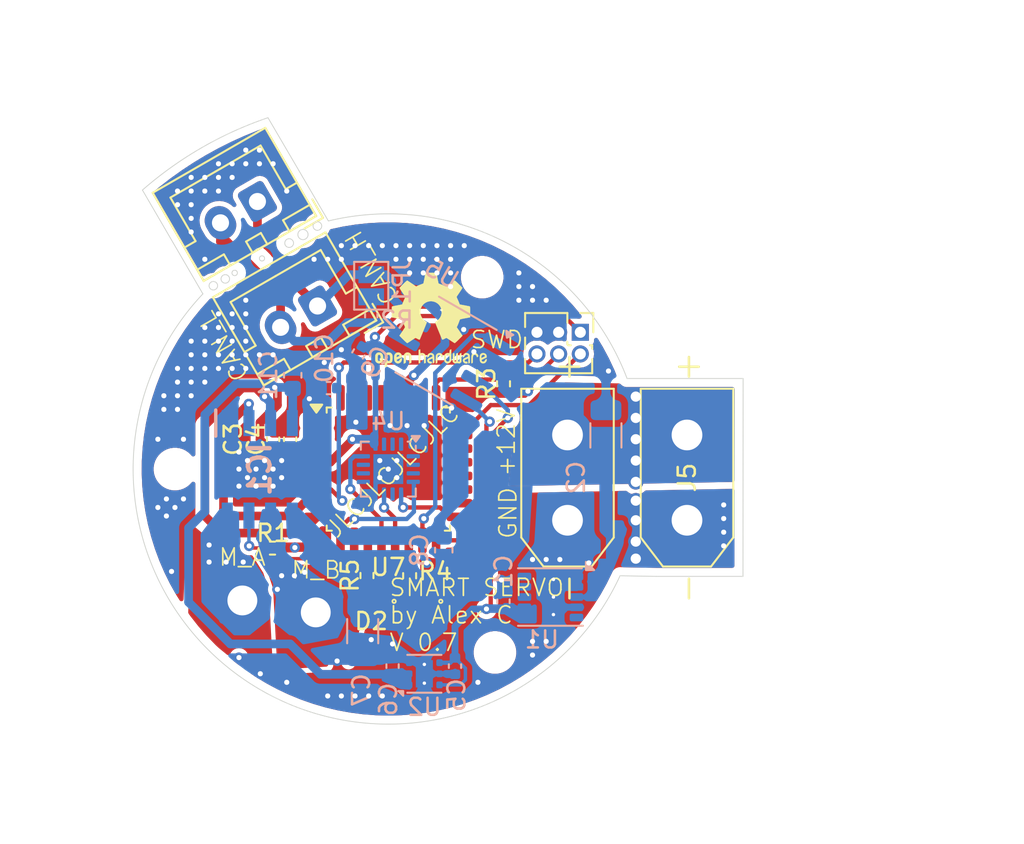
<source format=kicad_pcb>
(kicad_pcb (version 20240108) (generator "pcbnew") (generator_version "8.0")
  (layers (0 "F.Cu" signal "Front") (1 "In1.Cu" signal) (2 "In2.Cu" signal) (31 "B.Cu" signal "Back") (34 "B.Paste" user) (35 "F.Paste" user) (36 "B.SilkS" user "B.Silkscreen") (37 "F.SilkS" user "F.Silkscreen") (38 "B.Mask" user) (39 "F.Mask" user) (44 "Edge.Cuts" user))
  (net 0 "")
  (net 1 "GND")
  (net 2 "+3V3")
  (net 3 "+12V")
  (net 4 "RP_RX")
  (net 5 "RP_TX")
  (net 6 "ISEN")
  (net 7 "Net-(IC1-OUT2)")
  (net 8 "Net-(IC1-OUT1)")
  (net 9 "MOSI")
  (net 10 "+5V")
  (net 11 "CAN_H")
  (net 12 "CAN_L")
  (net 13 "CAN_SILENT")
  (net 14 "Net-(D1-Pad2)")
  (net 19 "NRST")
  (net 20 "SWCLK")
  (net 21 "SWDIO")
  (net 23 "DRV_IN2")
  (net 27 "MISO")
  (net 28 "MAG_CS")
  (net 32 "SCK")
  (net 37 "Net-(D2-Pad2)")
  (net 38 "DRV_IN1")
  (net 53 "Net-(JP1-A)")
  (net 54 "Net-(U7-PA7)")
  (net 55 "Net-(U7-PA4)")
  (footprint "Capacitor_SMD:C_0402_1005Metric" (layer "F.Cu") (at 86.75 71 90)
    (property "Reference" "C3")
    (property "Value" "100nF")
  )
  (footprint "Package_QFP:LQFP-32_7x7mm_P0.8mm" (layer "F.Cu") (at 93.5 72.75)
    (property "Reference" "U7")
    (property "Value" "STM32G0B1KBTx")
  )
  (footprint "Resistor_SMD:R_0402_1005Metric" (layer "F.Cu") (at 100.25 67.75 -90)
    (property "Reference" "R3")
    (property "Value" "10k")
  )
  (footprint "Resistor_SMD:R_0402_1005Metric" (layer "F.Cu") (at 94.75 79 -90)
    (property "Reference" "R4")
    (property "Value" "430")
  )
  (footprint "Connector_Wire:SolderWire-1sqmm_1x01_D1.4mm_OD2.7mm" (layer "F.Cu") (at 89.25 81.15)
    (property "Reference" "J2" (hide yes))
    (property "Value" "MOT_A")
  )
  (footprint "MountingHole:MountingHole_2.2mm_M2" (layer "F.Cu") (at 99.75 83.5)
    (property "Reference" "REF**" (hide yes))
    (property "Value" "MountingHole_2.2mm_M2")
  )
  (footprint "Capacitor_SMD:C_0402_1005Metric" (layer "F.Cu") (at 87.75 71 90)
    (property "Reference" "C4")
    (property "Value" "4.7uF")
  )
  (footprint "Symbol:OSHW-Logo2_7.3x6mm_SilkScreen" (layer "F.Cu") (at 96 64)
    (property "Reference" "REF**" (hide yes))
    (property "Value" "OSHW-Logo2_7.3x6mm_SilkScreen" (hide yes))
  )
  (footprint "Resistor_SMD:R_0402_1005Metric" (layer "F.Cu") (at 86.715 77.38175)
    (property "Reference" "R1")
    (property "Value" "15k")
  )
  (footprint "Connector_AMASS:AMASS_XT30UPB-M_1x02_P5.0mm_Vertical" (layer "F.Cu") (at 110.999999 75.75 90)
    (property "Reference" "J5")
    (property "Value" "Power_In")
  )
  (footprint "Connector_JST:JST_XH_B2B-XH-A_1x02_P2.50mm_Vertical" (layer "F.Cu") (at 85.832923 57.063277 -150)
    (property "Reference" "J6" (hide yes))
    (property "Value" "Control_In")
  )
  (footprint "MountingHole:MountingHole_2.2mm_M2" (layer "F.Cu") (at 81 72.75)
    (property "Reference" "REF**" (hide yes))
    (property "Value" "MountingHole_2.2mm_M2")
  )
  (footprint "Connector_Wire:SolderWire-1sqmm_1x01_D1.4mm_OD2.7mm" (layer "F.Cu") (at 84.95 80.45)
    (property "Reference" "J7" (hide yes))
    (property "Value" "MOT_B")
  )
  (footprint "Connector_JST:JST_XH_B2B-XH-A_1x02_P2.50mm_Vertical" (layer "F.Cu") (at 89.354915 63.188669 -150)
    (property "Reference" "J1" (hide yes))
    (property "Value" "Control_In")
  )
  (footprint "Connector_AMASS:AMASS_XT30UPB-M_1x02_P5.0mm_Vertical" (layer "F.Cu") (at 104 75.75 90)
    (property "Reference" "J4" (hide yes))
    (property "Value" "Power_In")
  )
  (footprint "LED_SMD:LED_0402_1005Metric" (layer "F.Cu") (at 92.75 80.5 180)
    (property "Reference" "D2")
    (property "Value" "LED")
  )
  (footprint "MountingHole:MountingHole_2.2mm_M2" (layer "F.Cu") (at 99 61.5)
    (property "Reference" "REF**" (hide yes))
    (property "Value" "MountingHole_2.2mm_M2")
  )
  (footprint "Resistor_SMD:R_0402_1005Metric" (layer "F.Cu") (at 92.250001 78.99 -90)
    (property "Reference" "R5")
    (property "Value" "430")
  )
  (footprint "Connector_PinHeader_1.27mm:PinHeader_2x03_P1.27mm_Vertical" (layer "F.Cu") (at 104.75 64.729999 -90)
    (property "Reference" "J3" (hide yes))
    (property "Value" "Prog_IN")
  )
  (footprint "LED_SMD:LED_0402_1005Metric" (layer "F.Cu") (at 95.484998 80.5 180)
    (property "Reference" "D1" (hide yes))
    (property "Value" "LED")
  )
  (footprint "Capacitor_SMD:C_0402_1005Metric" (layer "B.Cu") (at 90 68)
    (property "Reference" "C10")
    (property "Value" "100nF")
  )
  (footprint "Capacitor_SMD:C_1206_3216Metric" (layer "B.Cu") (at 92 82.25 90)
    (property "Reference" "C7")
    (property "Value" "10uF")
  )
  (footprint "Capacitor_SMD:C_1206_3216Metric" (layer "B.Cu") (at 106.25 70.775 -90)
    (property "Reference" "C2")
    (property "Value" "10uF")
  )
  (footprint "Capacitor_SMD:C_0402_1005Metric" (layer "B.Cu") (at 93.75 84.300002 90)
    (property "Reference" "C6")
    (property "Value" "2.2uF")
  )
  (footprint "Capacitor_SMD:C_0603_1608Metric" (layer "B.Cu") (at 87.9 67.25 -90)
    (property "Reference" "C11")
    (property "Value" "100nF")
  )
  (footprint "Package_SON:WSON-6-1EP_2x2mm_P0.65mm_EP1x1.6mm_ThermalVias" (layer "B.Cu") (at 95.6125 84.750001)
    (property "Reference" "U2")
    (property "Value" "TLV76733DRVx")
  )
  (footprint "_custom:SOIC127P600X170-9N" (layer "B.Cu") (at 85.969999 72.762999 -90)
    (property "Reference" "IC1")
    (property "Value" "DRV8251DDAR" (hide yes))
  )
  (footprint "Capacitor_SMD:C_0402_1005Metric" (layer "B.Cu") (at 91.75 66 60)
    (property "Reference" "C9")
    (property "Value" "100nF")
  )
  (footprint "Capacitor_SMD:C_0402_1005Metric" (layer "B.Cu") (at 100.25 80.5 -90)
    (property "Reference" "C1")
    (property "Value" "100nF")
  )
  (footprint "Jumper:SolderJumper-2_P1.3mm_Open_Pad1.0x1.5mm" (layer "B.Cu") (at 92.5 62 90)
    (property "Reference" "JP1")
    (property "Value" "Jumper_2_Open")
  )
  (footprint "Package_SO:SOIC-8_3.9x4.9mm_P1.27mm" (layer "B.Cu") (at 96.87909 65.832721 150)
    (property "Reference" "U5")
    (property "Value" "TJA1051T-3")
  )
  (footprint "Package_DFN_QFN:QFN-16-1EP_3x3mm_P0.5mm_EP1.75x1.75mm" (layer "B.Cu") (at 93.5 72.75 180)
    (property "Reference" "U4")
    (property "Value" "MA730")
  )
  (footprint "Capacitor_SMD:C_0603_1608Metric" (layer "B.Cu") (at 96.75 77.5 -90)
    (property "Reference" "C8")
    (property "Value" "100nF")
  )
  (footprint "Capacitor_SMD:C_0402_1005Metric" (layer "B.Cu") (at 92.5 63.75 -90)
    (property "Reference" "R2")
    (property "Value" "120")
  )
  (footprint "Package_LGA:Texas_SIL0010A_MicroSiP-10-1EP_3.8x3mm_P0.6mm_EP0.7x2.9mm_ThermalVias" (layer "B.Cu") (at 103 80.25 180)
    (property "Reference" "U1")
    (property "Value" "LMZM23601V5")
  )
  (footprint "Capacitor_SMD:C_0402_1005Metric" (layer "B.Cu") (at 97.407499 84.300003 -90)
    (property "Reference" "C5")
    (property "Value" "1uF")
  )
  (gr_arc (start 107.079445 79.002907) (mid 85.127056 85.135233) (end 82.637075 62.478826) (stroke (width 0.05)) (layer "Edge.Cuts"))
  (gr_circle (center 83.95 61.6) (end 84.2 61.6) (stroke (width 0.05)) (fill none) (layer "Edge.Cuts"))
  (gr_line (start 82.637074 62.478825) (end 79.1 56.4) (stroke (width 0.05)) (layer "Edge.Cuts"))
  (gr_circle (center 86.1 60.4) (end 86.25 60.4) (stroke (width 0.05)) (fill none) (layer "Edge.Cuts"))
  (gr_arc (start 79.094221 56.393393) (mid 82.564125 53.91116) (end 86.45 52.150001) (stroke (width 0.05)) (layer "Edge.Cuts"))
  (gr_arc (start 89.988879 58.203928) (mid 100.484123 59.516021) (end 107.489999 67.44) (stroke (width 0.05)) (layer "Edge.Cuts"))
  (gr_circle (center 87.690984 59.5) (end 87.75 59.25) (stroke (width 0.05)) (fill none) (layer "Edge.Cuts"))
  (gr_line (start 107.489999 67.44) (end 114.29 67.44) (stroke (width 0.05)) (layer "Edge.Cuts"))
  (gr_line (start 109.2 79.04) (end 114.28 79.04) (stroke (width 0.05)) (layer "Edge.Cuts"))
  (gr_circle (center 88.5 59) (end 88.8 59) (stroke (width 0.05)) (fill none) (layer "Edge.Cuts"))
  (gr_line (start 114.29 67.44) (end 114.28 79.04) (stroke (width 0.05)) (layer "Edge.Cuts"))
  (gr_line (start 109.2 79.04) (end 107.079445 79.002907) (stroke (width 0.05)) (layer "Edge.Cuts"))
  (gr_line (start 89.988879 58.203928) (end 86.45 52.15) (stroke (width 0.05)) (layer "Edge.Cuts"))
  (gr_circle (center 89.346447 58.5) (end 89.6 58.5) (stroke (width 0.05)) (fill none) (layer "Edge.Cuts"))
  (gr_circle (center 84.5 61.25) (end 84.65 61.3) (stroke (width 0.05)) (fill none) (layer "Edge.Cuts"))
  (gr_circle (center 83.25 62) (end 83.5 62) (stroke (width 0.05)) (fill none) (layer "Edge.Cuts"))
  (gr_text "JLCJLCJLCJLC" (at 90.48 76.96 45) (layer "F.SilkS") (effects (font (size 1 1) (thickness 0.1)) (justify left bottom)))
  (gr_text "M_A" (at 83.5 78.5 0) (layer "F.SilkS") (effects (font (size 1 1) (thickness 0.1)) (justify left bottom)))
  (gr_text "SMART SERVO\nby Alex C\nV 0.7" (at 93.5 83.5 0) (layer "F.SilkS") (effects (font (size 1 1) (thickness 0.1)) (justify left bottom)))
  (gr_text "GND" (at 101.098426 76.912485 90) (layer "F.SilkS") (effects (font (size 1 1) (thickness 0.1)) (justify left bottom)))
  (gr_text "CAN_H" (at 94.25 62.75 120) (layer "F.SilkS") (effects (font (size 1 1) (thickness 0.1)) (justify left bottom)))
  (gr_text "CAN_L" (at 85.5 67.25 120) (layer "F.SilkS") (effects (font (size 1 1) (thickness 0.1)) (justify left bottom)))
  (gr_text "M_B" (at 87.75 79.25 0) (layer "F.SilkS") (effects (font (size 1 1) (thickness 0.1)) (justify left bottom)))
  (gr_text "SWD" (at 98.25 65.75 0) (layer "F.SilkS") (effects (font (size 1 1) (thickness 0.1)) (justify left bottom)))
  (gr_text "+12V" (at 101 73.25 90) (layer "F.SilkS") (effects (font (size 1 1) (thickness 0.1)) (justify left bottom)))
  (segment (start 87.65 73.15) (end 87.25 72.75) (width 0.508) (layer "F.Cu") (net 1))
  (segment (start 101.613288 68.25) (end 101.681644 68.181644) (width 0.2) (layer "F.Cu") (net 1))
  (segment (start 87.75 70.52) (end 86.75 70.52) (width 0.508) (layer "F.Cu") (net 1))
  (segment (start 87.993253 77.381747) (end 88.025 77.35) (width 0.508) (layer "F.Cu") (net 1))
  (segment (start 91.75 72.25) (end 93 72.25) (width 0.508) (layer "F.Cu") (net 1))
  (segment (start 89.325 73.15) (end 87.65 73.15) (width 0.508) (layer "F.Cu") (net 1))
  (segment (start 87.75 69.75) (end 87.75 70.52) (width 0.508) (layer "F.Cu") (net 1))
  (segment (start 87.65 73.15) (end 87.25 73.25) (width 0.508) (layer "F.Cu") (net 1))
  (segment (start 88.875 68.625) (end 87.75 69.75) (width 0.508) (layer "F.Cu") (net 1))
  (segment (start 89.325 73.15) (end 90.85 73.15) (width 0.508) (layer "F.Cu") (net 1))
  (segment (start 87.25 73.25) (end 86.75 72.75) (width 0.508) (layer "F.Cu") (net 1))
  (segment (start 101.25 68.25) (end 101.613288 68.25) (width 0.2) (layer "F.Cu") (net 1))
  (segment (start 87.224999 77.381747) (end 87.993253 77.381747) (width 0.508) (layer "F.Cu") (net 1))
  (segment (start 86.75 72.75) (end 87.25 72.25) (width 0.508) (layer "F.Cu") (net 1))
  (segment (start 90.85 73.15) (end 91.75 72.25) (width 0.508) (layer "F.Cu") (net 1))
  (via (at 82.75 55.65) (size 0.6) (drill 0.3) (layers "F.Cu" "B.Cu") (net 1))
  (via (at 86.75 72.75) (size 0.6) (drill 0.3) (layers "F.Cu" "B.Cu") (net 1))
  (via (at 90.75 60.45) (size 0.6) (drill 0.3) (layers "F.Cu" "B.Cu") (net 1))
  (via (at 97.95 59.65) (size 0.6) (drill 0.3) (layers "F.Cu" "B.Cu") (net 1))
  (via (at 81.95 66.85) (size 0.6) (drill 0.3) (layers "F.Cu" "B.Cu") (net 1))
  (via (at 81 75) (size 0.6) (drill 0.3) (layers "F.Cu" "B.Cu") (net 1))
  (via (at 85.95 54.05) (size 0.6) (drill 0.3) (layers "F.Cu" "B.Cu") (net 1))
  (via (at 101.95 78.05) (size 0.6) (drill 0.3) (layers "F.Cu" "B.Cu") (net 1))
  (via (at 93.5 72.75) (size 0.6) (drill 0.3) (layers "F.Cu" "B.Cu") (net 1))
  (via (at 97.15 60.45) (size 0.6) (drill 0.3) (layers "F.Cu" "B.Cu") (net 1))
  (via (at 93.75 83) (size 0.6) (drill 0.3) (layers "F.Cu" "B.Cu") (net 1))
  (via (at 83.55 65.25) (size 0.6) (drill 0.3) (layers "F.Cu" "B.Cu") (net 1))
  (via (at 95.55 59.65) (size 0.6) (drill 0.3) (layers "F.Cu" "B.Cu") (net 1))
  (via (at 85.25 73.25) (size 0.6) (drill 0.3) (layers "F.Cu" "B.Cu") (net 1))
  (via (at 81.5 71) (size 0.6) (drill 0.3) (layers "F.Cu" "B.Cu") (net 1))
  (via (at 80.35 69.25) (size 0.6) (drill 0.3) (layers "F.Cu" "B.Cu") (net 1))
  (via (at 80.5 74.5) (size 0.6) (drill 0.3) (layers "F.Cu" "B.Cu") (net 1))
  (via (at 95.6 70.2) (size 0.6) (drill 0.3) (layers "F.Cu" "B.Cu") (net 1))
  (via (at 81.15 68.45) (size 0.6) (drill 0.3) (layers "F.Cu" "B.Cu") (net 1))
  (via (at 92.35 86.05) (size 0.6) (drill 0.3) (layers "F.Cu" "B.Cu") (net 1))
  (via (at 82.75 64.45) (size 0.6) (drill 0.3) (layers "F.Cu" "B.Cu") (net 1))
  (via (at 87.55 85.25) (size 0.6) (drill 0.3) (layers "F.Cu" "B.Cu") (net 1))
  (via (at 92.35 59.65) (size 0.6) (drill 0.3) (layers "F.Cu" "B.Cu") (net 1))
  (via (at 84.75 71.75) (size 0.6) (drill 0.3) (layers "F.Cu" "B.Cu") (net 1))
  (via (at 81.15 66.85) (size 0.6) (drill 0.3) (layers "F.Cu" "B.Cu") (net 1))
  (via (at 93.15 86.05) (size 0.6) (drill 0.3) (layers "F.Cu" "B.Cu") (net 1))
  (via (at 86.001524 84.747615) (size 0.6) (drill 0.3) (layers "F.Cu" "B.Cu") (net 1))
  (via (at 80.35 68.45) (size 0.6) (drill 0.3) (layers "F.Cu" "B.Cu") (net 1))
  (via (at 84.35 64.45) (size 0.6) (drill 0.3) (layers "F.Cu" "B.Cu") (net 1))
  (via (at 88.875 68.625) (size 0.6) (drill 0.3) (layers "F.Cu" "B.Cu") (net 1))
  (via (at 90.5 84) (size 0.6) (drill 0.3) (layers "F.Cu" "B.Cu") (net 1))
  (via (at 84.35 63.65) (size 0.6) (drill 0.3) (layers "F.Cu" "B.Cu") (net 1))
  (via (at 106.4 67) (size 0.6) (drill 0.3) (layers "F.Cu" "B.Cu") (net 1))
  (via (at 80 75) (size 0.6) (drill 0.3) (layers "F.Cu" "B.Cu") (net 1))
  (via (at 108 77) (size 0.9) (drill 0.6) (layers "F.Cu" "B.Cu") (net 1))
  (via (at 92.5 82.75) (size 0.6) (drill 0.3) (layers "F.Cu" "B.Cu") (net 1))
  (via (at 91.55 59.65) (size 0.6) (drill 0.3) (layers "F.Cu" "B.Cu") (net 1))
  (via (at 93 72.25) (size 0.6) (drill 0.3) (layers "F.Cu" "B.Cu") (net 1))
  (via (at 81.95 55.65) (size 0.6) (drill 0.3) (layers "F.Cu" "B.Cu") (net 1))
  (via (at 98.513712 65.873) (size 0.6) (drill 0.3) (layers "F.Cu" "B.Cu") (net 1))
  (via (at 85.15 62.85) (size 0.6) (drill 0.3) (layers "F.Cu" "B.Cu") (net 1))
  (via (at 93 73.25) (size 0.6) (drill 0.3) (layers "F.Cu" "B.Cu") (net 1))
  (via (at 102.75 82.85) (size 0.6) (drill 0.3) (layers "F.Cu" "B.Cu") (net 1))
  (via (at 89.15 60.45) (size 0.6) (drill 0.3) (layers "F.Cu" "B.Cu") (net 1))
  (via (at 93.15 59.65) (size 0.6) (drill 0.3) (layers "F.Cu" "B.Cu") (net 1))
  (via (at 85.95 54.85) (size 0.6) (drill 0.3) (layers "F.Cu" "B.Cu") (net 1))
  (via (at 81.95 58.05) (size 0.6) (drill 0.3) (layers "F.Cu" "B.Cu") (net 1))
  (via (at 84.35 54.85) (size 0.6) (drill 0.3) (layers "F.Cu" "B.Cu") (net 1))
  (via (at 81.95 58.85) (size 0.6) (drill 0.3) (layers "F.Cu" "B.Cu") (net 1))
  (via (at 93.6 70.2) (size 0.6) (drill 0.3) (layers "F.Cu" "B.Cu") (net 1))
  (via (at 82.75 66.85) (size 0.6) (drill 0.3) (layers "F.Cu" "B.Cu") (net 1))
  (via (at 97.15 61.25) (size 0.6) (drill 0.3) (layers "F.Cu" "B.Cu") (net 1))
  (via (at 83.55 54.85) (size 0.6) (drill 0.3) (layers "F.Cu" "B.Cu") (net 1))
  (via (at 101.15 62.05) (size 0.6) (drill 0.3) (layers "F.Cu" "B.Cu") (net 1))
  (via (at 90.75 86.05) (size 0.6) (drill 0.3) (layers "F.Cu" "B.Cu") (net 1))
  (via (at 101.95 62.85) (size 0.6) (drill 0.3) (layers "F.Cu" "B.Cu") (net 1))
  (via (at 88.025 77.35) (size 0.6) (drill 0.3) (layers "F.Cu" "B.Cu") (net 1))
  (via (at 82.75 60.45) (size 0.6) (drill 0.3) (layers "F.Cu" "B.Cu") (net 1))
  (via (at 83.55 64.45) (size 0.6) (drill 0.3) (layers "F.Cu" "B.Cu") (net 1))
  (via (at 113.15 77.25) (size 0.6) (drill 0.3) (layers "F.Cu" "B.Cu") (net 1))
  (via (at 81.15 57.25) (size 0.6) (drill 0.3) (layers "F.Cu" "B.Cu") (net 1))
  (via (at 80.8 78.75) (size 0.6) (drill 0.3) (layers "F.Cu" "B.Cu") (net 1))
  (via (at 108 75.75) (size 0.9) (drill 0.6) (layers "F.Cu" "B.Cu") (net 1))
  (via (at 85.15 54.05) (size 0.6) (drill 0.3) (layers "F.Cu" "B.Cu") (net 1))
  (via (at 105.25 78.25) (size 0.6) (drill 0.3) (layers "F.Cu" "B.Cu") (net 1))
  (via (at 86.75 73.75) (size 0.6) (drill 0.3) (layers "F.Cu" "B.Cu") (net 1))
  (via (at 98.75 85.25) (size 0.6) (drill 0.3) (layers "F.Cu" "B.Cu") (net 1))
  (via (at 95.55 61.25) (size 0.6) (drill 0.3) (layers "F.Cu" "B.Cu") (net 1))
  (via (at 84.75 72.75) (size 0.6) (drill 0.3) (layers "F.Cu" "B.Cu") (net 1))
  (via (at 85.75 73.75) (size 0.6) (drill 0.3) (layers "F.Cu" "B.Cu") (net 1))
  (via (at 81.5 74.5) (size 0.6) (drill 0.3) (layers "F.Cu" "B.Cu") (net 1))
  (via (at 84.75 83.8) (size 0.6) (drill 0.3) (layers "F.Cu" "B.Cu") (net 1))
  (via (at 113.15 76.45) (size 0.6) (drill 0.3) (layers "F.Cu" "B.Cu") (net 1))
  (via (at 84.35 65.25) (size 0.6) (drill 0.3) (layers "F.Cu" "B.Cu") (net 1))
  (via (at 81.95 67.65) (size 0.6) (drill 0.3) (layers "F.Cu" "B.Cu") (net 1))
  (via (at 95.75 78.25) (size 0.6) (drill 0.3) (layers "F.Cu" "B.Cu") (net 1))
  (via (at 84.35 66.05) (size 0.6) (drill 0.3) (layers "F.Cu" "B.Cu") (net 1))
  (via (at 81.15 56.45) (size 0.6) (drill 0.3) (layers "F.Cu" "B.Cu") (net 1))
  (via (at 80 71) (size 0.6) (drill 0.3) (layers "F.Cu" "B.Cu") (net 1))
  (via (at 85.75 72.75) (size 0.6) (drill 0.3) (layers "F.Cu" "B.Cu") (net 1))
  (via (at 96.35 59.65) (size 0.6) (drill 0.3) (layers "F.Cu" "B.Cu") (net 1))
  (via (at 94.75 59.65) (size 0.6) (drill 0.3) (layers "F.Cu" "B.Cu") (net 1))
  (via (at 85.15 54.85) (size 0.6) (drill 0.3) (layers "F.Cu" "B.Cu") (net 1))
  (via (at 85.15 65.25) (size 0.6) (drill 0.3) (layers "F.Cu" "B.Cu") (net 1))
  (via (at 81.95 66.05) (size 0.6) (drill 0.3) (layers "F.Cu" "B.Cu") (net 1))
  (via (at 83.55 55.65) (size 0.6) (drill 0.3) (layers "F.Cu" "B.Cu") (net 1))
  (via (at 97.916644 64.566644) (size 0.6) (drill 0.3) (layers "F.Cu" "B.Cu") (net 1))
  (via (at 101.95 83.65) (size 0.6) (drill 0.3) (layers "F.Cu" "B.Cu") (net 1))
  (via (at 93.95 59.65) (size 0.6) (drill 0.3) (layers "F.Cu" "B.Cu") (net 1))
  (via (at 103.55 78.05) (size 0.6) (drill 0.3) (layers "F.Cu" "B.Cu") (net 1))
  (via (at 82.75 66.05) (size 0.6) (drill 0.3) (layers "F.Cu" "B.Cu") (net 1))
  (via (at 97.15 62.05) (size 0.6) (drill 0.3) (layers "F.Cu" "B.Cu") (net 1))
  (via (at 89.95 86.05) (size 0.6) (drill 0.3) (layers "F.Cu" "B.Cu") (net 1))
  (via (at 86.25 72.25) (size 0.6) (drill 0.3) (layers "F.Cu" "B.Cu") (net 1))
  (via (at 94.75 61.25) (size 0.6) (drill 0.3) (layers "F.Cu" "B.Cu") (net 1))
  (via (at 86.75 66.05) (size 0.6) (drill 0.3) (layers "F.Cu" "B.Cu") (net 1))
  (via (at 113.15 74.85) (size 0.6) (drill 0.3) (layers "F.Cu" "B.Cu") (net 1))
  (via (at 95.55 60.45) (size 0.6) (drill 0.3) (layers "F.Cu" "B.Cu") (net 1))
  (via (at 85.25 72.25) (size 0.6) (drill 0.3) (layers "F.Cu" "B.Cu") (net 1))
  (via (at 101.15 62.85) (size 0.6) (drill 0.3) (layers "F.Cu" "B.Cu") (net 1))
  (via (at 101.15 61.25) (size 0.6) (drill 0.3) (layers "F.Cu" "B.Cu") (net 1))
  (via (at 80.5 75.5) (size 0.6) (drill 0.3) (layers "F.Cu" "B.Cu") (net 1))
  (via (at 91.6 70) (size 0.6) (drill 0.3) (layers "F.Cu" "B.Cu") (net 1))
  (via (at 85.15 63.65) (size 0.6) (drill 0.3) (layers "F.Cu" "B.Cu") (net 1))
  (via (at 85.15 66.85) (size 0.6) (drill 0.3) (layers "F.Cu" "B.Cu") (net 1))
  (via (at 84.35 66.85) (size 0.6) (drill 0.3) (layers "F.Cu" "B.Cu") (net 1))
  (via (at 82.75 67.65) (size 0.6) (drill 0.3) (layers "F.Cu" "B.Cu") (net 1))
  (via (at 86.25 73.25) (size 0.6) (drill 0.3) (layers "F.Cu" "B.Cu") (net 1))
  (via (at 81.95 57.25) (size 0.6) (drill 0.3) (layers "F.Cu" "B.Cu") (net 1))
  (via (at 83.55 66.05) (size 0.6) (drill 0.3) (layers "F.Cu" "B.Cu") (net 1))
  (via (at 85.95 66.05) (size 0.6) (drill 0.3) (layers "F.Cu" "B.Cu") (net 1))
  (via (at 97.15 59.65) (size 0.6) (drill 0.3) (layers "F.Cu" "B.Cu") (net 1))
  (via (at 90.75 59.65) (size 0.6) (drill 0.3) (layers "F.Cu" "B.Cu") (net 1))
  (via (at 81.15 67.65) (size 0.6) (drill 0.3) (layers "F.Cu" "B.Cu") (net 1))
  (via (at 83.55 63.65) (size 0.6) (drill 0.3) (layers "F.Cu" "B.Cu") (net 1))
  (via (at 97.21 69.17) (size 0.6) (drill 0.3) (layers "F.Cu" "B.Cu") (net 1))
  (via (at 94 72.25) (size 0.6) (drill 0.3) (layers "F.Cu" "B.Cu") (net 1))
  (via (at 86.75 54.85) (size 0.6) (drill 0.3) (layers "F.Cu" "B.Cu") (net 1))
  (via (at 101.95 82.85) (size 0.6) (drill 0.3) (layers "F.Cu" "B.Cu") (net 1))
  (via (at 101.95 62.05) (size 0.6) (drill 0.3) (layers "F.Cu" "B.Cu") (net 1))
  (via (at 81.95 65.25) (size 0.6) (drill 0.3) (layers "F.Cu" "B.Cu") (net 1))
  (via (at 102.75 78.05) (size 0.6) (drill 0.3) (layers "F.Cu" "B.Cu") (net 1))
  (via (at 83.55 56.45) (size 0.6) (drill 0.3) (layers "F.Cu" "B.Cu") (net 1))
  (via (at 83.55 66.85) (size 0.6) (drill 0.3) (layers "F.Cu" "B.Cu") (net 1))
  (via (at 94.6 70.2) (size 0.6) (drill 0.3) (layers "F.Cu" "B.Cu") (net 1))
  (via (at 87.55 56.45) (size 0.6) (drill 0.3) (layers "F.Cu" "B.Cu") (net 1))
  (via (at 89.95 60.45) (size 0.6) (drill 0.3) (layers "F.Cu" "B.Cu") (net 1))
  (via (at 85.15 64.45) (size 0.6) (drill 0.3) (layers "F.Cu" "B.Cu") (net 1))
  (via (at 96.35 60.45) (size 0.6) (drill 0.3) (layers "F.Cu" "B.Cu") (net 1))
  (via (at 85.15 66.05) (size 0.6) (drill 0.3) (layers "F.Cu" "B.Cu") (net 1))
  (via (at 87.25 72.25) (size 0.6) (drill 0.3) (layers "F.Cu" "B.Cu") (net 1))
  (via (at 101.681644 68.181644) (size 0.6) (drill 0.3) (layers "F.Cu" "B.Cu") (net 1))
  (via (at 82.75 56.45) (size 0.6) (drill 0.3) (layers "F.Cu" "B.Cu") (net 1))
  (via (at 108 74.600003) (size 0.9) (drill 0.6) (layers "F.Cu" "B.Cu") (net 1))
  (via (at 87.25 73.25) (size 0.6) (drill 0.3) (layers "F.Cu" "B.Cu") (net 1))
  (via (at 91.55 86.05) (size 0.6) (drill 0.3) (layers "F.Cu" "B.Cu") (net 1))
  (via (at 102.75 62.85) (size 0.6) (drill 0.3) (layers "F.Cu" "B.Cu") (net 1))
  (via (at 108 78) (size 0.9) (drill 0.6) (layers "F.Cu" "B.Cu") (net 1))
  (via (at 94 73.25) (size 0.6) (drill 0.3) (layers "F.Cu" "B.Cu") (net 1))
  (via (at 100.127 79.25) (size 0.6) (drill 0.3) (layers "F.Cu" "B.Cu") (net 1))
  (via (at 81.95 68.45) (size 0.6) (drill 0.3) (layers "F.Cu" "B.Cu") (net 1))
  (via (at 89.75 66.5) (size 0.6) (drill 0.3) (layers "F.Cu" "B.Cu") (net 1))
  (via (at 93.95 60.45) (size 0.6) (drill 0.3) (layers "F.Cu" "B.Cu") (net 1))
  (via (at 90.75 65.75) (size 0.6) (drill 0.3) (layers "F.Cu" "B.Cu") (net 1))
  (via (at 94.75 60.45) (size 0.6) (drill 0.3) (layers "F.Cu" "B.Cu") (net 1))
  (via (at 84.75 73.75) (size 0.6) (drill 0.3) (layers "F.Cu" "B.Cu") (net 1))
  (via (at 81.95 56.45) (size 0.6) (drill 0.3) (layers "F.Cu" "B.Cu") (net 1))
  (via (at 82.75 65.25) (size 0.6) (drill 0.3) (layers "F.Cu" "B.Cu") (net 1))
  (via (at 84.35 55.65) (size 0.6) (drill 0.3) (layers "F.Cu" "B.Cu") (net 1))
  (via (at 96.35 61.25) (size 0.6) (drill 0.3) (layers "F.Cu" "B.Cu") (net 1))
  (via (at 113.15 75.65) (size 0.6) (drill 0.3) (layers "F.Cu" "B.Cu") (net 1))
  (via (at 81.15 69.25) (size 0.6) (drill 0.3) (layers "F.Cu" "B.Cu") (net 1))
  (segment (start 95.5 78) (end 95.5 76.999998) (width 0.254) (layer "B.Cu") (net 1))
  (segment (start 106.25 69.3) (end 106.25 67.15) (width 0.508) (layer "B.Cu") (net 1))
  (segment (start 100.25 80.02) (end 100.127 79.897) (width 0.508) (layer "B.Cu") (net 1))
  (segment (start 100.475 80.02) (end 100.25 80.02) (width 0.508) (layer "B.Cu") (net 1))
  (segment (start 103.425001 81.28) (end 103.854999 80.850002) (width 0.5) (layer "B.Cu") (net 1))
  (segment (start 104.525001 79.65) (end 103.605002 79.65) (width 0.5) (layer "B.Cu") (net 1))
  (segment (start 105.25 77.1) (end 105.25 76.75) (width 0.254) (layer "B.Cu") (net 1))
  (segment (start 96.75 76.474999) (end 96.024999 76.474999) (width 0.762) (layer "B.Cu") (net 1))
  (segment (start 92.752 73.498) (end 93 73.25) (width 0.254) (layer "B.Cu") (net 1))
  (segment (start 100.525 79.97) (end 100.475 80.02) (width 0.508) (layer "B.Cu") (net 1))
  (segment (start 104.525 79.05) (end 103.345 79.05) (width 0.5) (layer "B.Cu") (net 1))
  (segment (start 92.752 74.2105) (end 92.752 73.498) (width 0.254) (layer "B.Cu") (net 1))
  (segment (start 103.605002 79.65) (end 103.175001 79.219999) (width 0.5) (layer "B.Cu") (net 1))
  (segment (start 105.250001 77.100001) (end 105.25 77.1) (width 0.254) (layer "B.Cu") (net 1))
  (segment (start 103.854999 80.850002) (end 104.775 80.850002) (width 0.4) (layer "B.Cu") (net 1))
  (segment (start 106.25 67.15) (end 106.4 67) (width 0.508) (layer "B.Cu") (net 1))
  (segment (start 95.75 78.25) (end 95.5 78) (width 0.254) (layer "B.Cu") (net 1))
  (segment (start 98.513712 65.873) (end 99.250913 66.610201) (width 0.508) (layer "B.Cu") (net 1))
  (segment (start 92.75 74.2125) (end 92.752 74.2105) (width 0.254) (layer "B.Cu") (net 1))
  (segment (start 105.25 76.75) (end 105 76.5) (width 0.254) (layer "B.Cu") (net 1))
  (segment (start 100.127 79.897) (end 100.127 79.25) (width 0.508) (layer "B.Cu") (net 1))
  (segment (start 104.775 78.725) (end 104.775 79.05) (width 0.2) (layer "B.Cu") (net 1))
  (segment (start 103.345 79.05) (end 103.175001 79.219999) (width 0.2) (layer "B.Cu") (net 1))
  (segment (start 105.25 78.25) (end 104.775 78.725) (width 0.2) (layer "B.Cu") (net 1))
  (segment (start 96.024999 76.474999) (end 95.5 76.999998) (width 0.762) (layer "B.Cu") (net 1))
  (segment (start 99.250913 66.610201) (end 99.250913 66.617574) (width 0.508) (layer "B.Cu") (net 1))
  (segment (start 92.717111 65.008888) (end 93.945999 63.78) (width 0.254) (layer "F.Cu") (net 2))
  (segment (start 86.440001 71.48) (end 86.75 71.48) (width 0.508) (layer "F.Cu") (net 2))
  (segment (start 87.004 68.996) (end 85.986 70.014) (width 0.508) (layer "F.Cu") (net 2))
  (segment (start 87.75 71.48) (end 87.75 71.547294) (width 0.508) (layer "F.Cu") (net 2))
  (segment (start 91.4 71.047294) (end 90.097294 72.35) (width 0.508) (layer "F.Cu") (net 2))
  (segment (start 103.800001 63.78) (end 104.75 64.729999) (width 0.254) (layer "F.Cu") (net 2))
  (segment (start 86.841562 67.96143) (end 87.004 68.123868) (width 0.508) (layer "F.Cu") (net 2))
  (segment (start 90.097294 72.35) (end 89.325 72.35) (width 0.508) (layer "F.Cu") (net 2))
  (segment (start 87.75 71.547294) (end 88.552706 72.35) (width 0.508) (layer "F.Cu") (net 2))
  (segment (start 93.945999 63.78) (end 103.800001 63.78) (width 0.254) (layer "F.Cu") (net 2))
  (segment (start 85.986 71.025999) (end 86.440001 71.48) (width 0.508) (layer "F.Cu") (net 2))
  (segment (start 86.75 71.48) (end 87.75 71.48) (width 0.508) (layer "F.Cu") (net 2))
  (segment (start 85.986 70.014) (end 85.986 71.025999) (width 0.508) (layer "F.Cu") (net 2))
  (segment (start 87.004 68.123868) (end 87.004 68.996) (width 0.508) (layer "F.Cu") (net 2))
  (segment (start 91.4 71) (end 91.4 71.047294) (width 0.508) (layer "F.Cu") (net 2))
  (segment (start 88.552706 72.35) (end 89.325 72.35) (width 0.508) (layer "F.Cu") (net 2))
  (via (at 86.841562 67.96143) (size 0.6) (drill 0.3) (layers "F.Cu" "B.Cu") (net 2))
  (via (at 91.4 71) (size 0.6) (drill 0.3) (layers "F.Cu" "B.Cu") (net 2))
  (via (at 92.717111 65.008888) (size 0.6) (drill 0.3) (layers "F.Cu" "B.Cu") (net 2))
  (segment (start 92.671 70.879) (end 92.671 70.8) (width 0.508) (layer "B.Cu") (net 2))
  (segment (start 92.24 65.584308) (end 92.75 66.094308) (width 0.5) (layer "B.Cu") (net 2))
  (segment (start 89.530002 84.780002) (end 93.657501 84.780002) (width 0.508) (layer "B.Cu") (net 2))
  (segment (start 81.8 76.2) (end 81.8 80.552534) (width 0.508) (layer "B.Cu") (net 2))
  (segment (start 92.55 71) (end 92.55 71.0875) (width 0.508) (layer "B.Cu") (net 2))
  (segment (start 92.75 66.094308) (end 92.75 67.353791) (width 0.5) (layer "B.Cu") (net 2))
  (segment (start 84.566 67.746) (end 82.75 69.562) (width 0.508) (layer "B.Cu") (net 2))
  (segment (start 87.836429 67.96143) (end 87.9 68.025001) (width 0.508) (layer "B.Cu") (net 2))
  (segment (start 86.841562 67.96143) (end 86.626132 67.746) (width 0.508) (layer "B.Cu") (net 2))
  (segment (start 91.4 71) (end 92.55 71) (width 0.508) (layer "B.Cu") (net 2))
  (segment (start 92.717111 65.008888) (end 92.717111 65.107197) (width 0.254) (layer "B.Cu") (net 2))
  (segment (start 82.75 69.562) (end 82.75 75.25) (width 0.508) (layer "B.Cu") (net 2))
  (segment (start 86.841562 67.96143) (end 87.836429 67.96143) (width 0.508) (layer "B.Cu") (net 2))
  (segment (start 92.55 71) (end 92.671 70.879) (width 0.508) (layer "B.Cu") (net 2))
  (segment (start 92.75 67.353791) (end 92.75 71.2875) (width 0.325) (layer "B.Cu") (net 2))
  (segment (start 92.717111 65.107197) (end 92.24 65.584308) (width 0.254) (layer "B.Cu") (net 2))
  (segment (start 84.247466 83) (end 87.75 83) (width 0.508) (layer "B.Cu") (net 2))
  (segment (start 87.9 68.025001) (end 87.9 70.025996) (width 0.508) (layer "B.Cu") (net 2))
  (segment (start 92.55 71.0875) (end 92.671 71.2085) (width 0.508) (layer "B.Cu") (net 2))
  (segment (start 92.671 71.2085) (end 92.671 71.2875) (width 0.508) (layer "B.Cu") (net 2))
  (segment (start 87.899996 70.480005) (end 87.854999 70.525002) (width 0.508) (layer "B.Cu") (net 2))
  (segment (start 86.626132 67.746) (end 84.566 67.746) (width 0.508) (layer "B.Cu") (net 2))
  (segment (start 82.75 75.25) (end 81.8 76.2) (width 0.508) (layer "B.Cu") (net 2))
  (segment (start 87.75 83) (end 89.530002 84.780002) (width 0.508) (layer "B.Cu") (net 2))
  (segment (start 81.8 80.552534) (end 84.247466 83) (width 0.508) (layer "B.Cu") (net 2))
  (segment (start 87.9 70.025996) (end 87.874998 70.050998) (width 0.508) (layer "B.Cu") (net 2))
  (via (at 108 72.25) (size 0.9) (drill 0.6) (layers "F.Cu" "B.Cu") (net 3))
  (via (at 108 73.5) (size 0.9) (drill 0.6) (layers "F.Cu" "B.Cu") (net 3))
  (via (at 108 68.5) (size 0.9) (drill 0.6) (layers "F.Cu" "B.Cu") (net 3))
  (via (at 108 71) (size 0.9) (drill 0.6) (layers "F.Cu" "B.Cu") (net 3))
  (via (at 108 69.75) (size 0.9) (drill 0.6) (layers "F.Cu" "B.Cu") (net 3))
  (segment (start 106.25 72.5) (end 106.25 76.25) (width 0.762) (layer "B.Cu") (net 3))
  (segment (start 103.848427 71.562486) (end 105.312486 71.562486) (width 0.762) (layer "B.Cu") (net 3))
  (segment (start 106.25 76.25) (end 106.5 76.5) (width 0.762) (layer "B.Cu") (net 3))
  (segment (start 105.312486 71.562486) (end 106.25 72.5) (width 0.762) (layer "B.Cu") (net 3))
  (segment (start 95.58 75.65) (end 95.5 75.73) (width 0.254) (layer "F.Cu") (net 4))
  (segment (start 95.5 75.73) (end 95.5 76.925) (width 0.254) (layer "F.Cu") (net 4))
  (via (at 95.58 75.65) (size 0.6) (drill 0.3) (layers "F.Cu" "B.Cu") (net 4))
  (segment (start 95.58 75.65) (end 95.58 75.635657) (width 0.254) (layer "B.Cu") (net 4))
  (segment (start 96.25 74.965657) (end 96.25 67.12) (width 0.254) (layer "B.Cu") (net 4))
  (segment (start 96.25 67.12) (end 98.44 64.93) (width 0.254) (layer "B.Cu") (net 4))
  (segment (start 95.58 75.635657) (end 96.25 74.965657) (width 0.254) (layer "B.Cu") (net 4))
  (segment (start 98.44 64.93) (end 99.298191 64.93) (width 0.254) (layer "B.Cu") (net 4))
  (segment (start 99.298191 64.93) (end 99.885913 65.517722) (width 0.254) (layer "B.Cu") (net 4))
  (segment (start 99.439193 69.969597) (end 99.25 70.15879) (width 0.254) (layer "F.Cu") (net 5))
  (segment (start 97.692688 76.925) (end 96.3 76.925) (width 0.254) (layer "F.Cu") (net 5))
  (segment (start 99.25 70.15879) (end 99.25 75.367688) (width 0.254) (layer "F.Cu") (net 5))
  (segment (start 99.25 75.367688) (end 97.692688 76.925) (width 0.254) (layer "F.Cu") (net 5))
  (via (at 99.439193 69.969597) (size 0.6) (drill 0.3) (layers "F.Cu" "B.Cu") (net 5))
  (segment (start 99.439193 69.969597) (end 98.286875 68.817279) (width 0.254) (layer "B.Cu") (net 5))
  (segment (start 98.286875 68.817279) (end 97.98091 68.817279) (width 0.254) (layer "B.Cu") (net 5))
  (segment (start 88.5 78) (end 91.174999 78) (width 0.2) (layer "F.Cu") (net 6))
  (segment (start 85.35 77.254) (end 85.471 77.375) (width 0.2) (layer "F.Cu") (net 6))
  (segment (start 86.205 77.381751) (end 86.824998 78.001749) (width 0.2) (layer "F.Cu") (net 6))
  (segment (start 86.824998 78.001749) (end 88.498251 78.001749) (width 0.2) (layer "F.Cu") (net 6))
  (segment (start 88.498251 78.001749) (end 88.5 78) (width 0.2) (layer "F.Cu") (net 6))
  (segment (start 85.471 77.375) (end 86.198249 77.375) (width 0.2) (layer "F.Cu") (net 6))
  (segment (start 91.5 77.674999) (end 91.5 76.925) (width 0.2) (layer "F.Cu") (net 6))
  (segment (start 91.174999 78) (end 91.5 77.674999) (width 0.2) (layer "F.Cu") (net 6))
  (segment (start 86.198249 77.375) (end 86.205 77.381751) (width 0.2) (layer "F.Cu") (net 6))
  (via (at 85.35 77.254) (size 0.6) (drill 0.3) (layers "F.Cu" "B.Cu") (net 6))
  (segment (start 85.334999 75.474999) (end 85.334999 77.238999) (width 0.2) (layer "B.Cu") (net 6))
  (segment (start 85.334999 77.238999) (end 85.35 77.254) (width 0.2) (layer "B.Cu") (net 6))
  (via (at 83 78.2) (size 0.6) (drill 0.3) (layers "F.Cu" "B.Cu") (net 7))
  (via (at 85 78.2) (size 0.6) (drill 0.3) (layers "F.Cu" "B.Cu") (net 7))
  (via (at 84 78.2) (size 0.6) (drill 0.3) (layers "F.Cu" "B.Cu") (net 7))
  (via (at 83 77.2) (size 0.6) (drill 0.3) (layers "F.Cu" "B.Cu") (net 7))
  (via (at 87.25 79) (size 0.6) (drill 0.3) (layers "F.Cu" "B.Cu") (net 8))
  (via (at 88.6 78.8) (size 0.6) (drill 0.3) (layers "F.Cu" "B.Cu") (net 8))
  (via (at 88 79) (size 0.6) (drill 0.3) (layers "F.Cu" "B.Cu") (net 8))
  (via (at 87 79.8) (size 0.6) (drill 0.3) (layers "F.Cu" "B.Cu") (net 8))
  (segment (start 89.2 80.5) (end 89.2 81.15) (width 1.25) (layer "B.Cu") (net 8))
  (segment (start 90.7 76.175001) (end 91.200001 75.675) (width 0.254) (layer "F.Cu") (net 9))
  (segment (start 90.7 76.925) (end 90.7 76.175001) (width 0.254) (layer "F.Cu") (net 9))
  (segment (start 91.200001 75.675) (end 91.518759 75.675) (width 0.254) (layer "F.Cu") (net 9))
  (via (at 91.518759 75.675) (size 0.6) (drill 0.3) (layers "F.Cu" "B.Cu") (net 9))
  (segment (start 94.575 75.675) (end 95 75.25) (width 0.254) (layer "B.Cu") (net 9))
  (segment (start 91.518759 75.675) (end 94.575 75.675) (width 0.254) (layer "B.Cu") (net 9))
  (segment (start 95 75.25) (end 95 73.5375) (width 0.254) (layer "B.Cu") (net 9))
  (segment (start 95 73.5375) (end 94.9625 73.5) (width 0.254) (layer "B.Cu") (net 9))
  (segment (start 99.5 75.759741) (end 99.704 75.555741) (width 0.254) (layer "F.Cu") (net 10))
  (segment (start 100.066193 70.183807) (end 100.5 69.75) (width 0.254) (layer "F.Cu") (net 10))
  (segment (start 100.066193 70.229309) (end 100.066193 70.183807) (width 0.254) (layer "F.Cu") (net 10))
  (segment (start 99.704 75.555741) (end 99.704 70.591502) (width 0.254) (layer "F.Cu") (net 10))
  (segment (start 99.5 80.7) (end 99.5 75.759741) (width 0.254) (layer "F.Cu") (net 10))
  (segment (start 99.25 80.95) (end 99.5 80.7) (width 0.254) (layer "F.Cu") (net 10))
  (segment (start 99.704 70.591502) (end 100.066193 70.229309) (width 0.254) (layer "F.Cu") (net 10))
  (via (at 99.25 80.95) (size 0.6) (drill 0.3) (layers "F.Cu" "B.Cu") (net 10))
  (via (at 100.5 69.75) (size 0.6) (drill 0.3) (layers "F.Cu" "B.Cu") (net 10))
  (segment (start 100.5 69.75) (end 100.5 69.29) (width 0.254) (layer "B.Cu") (net 10))
  (segment (start 97.127502 84.1) (end 96.499999 84.100001) (width 0.254) (layer "B.Cu") (net 10))
  (segment (start 98.017499 84.430003) (end 97.407499 83.820003) (width 0.2) (layer "B.Cu") (net 10))
  (segment (start 98.43319 80.95) (end 97.407499 81.975691) (width 0.4) (layer "B.Cu") (net 10))
  (segment (start 97.407499 83.820002) (end 97.127502 84.1) (width 0.254) (layer "B.Cu") (net 10))
  (segment (start 96.5 85.400001) (end 97.723635 85.400001) (width 0.2) (layer "B.Cu") (net 10))
  (segment (start 97.723635 85.400001) (end 98.017499 85.106137) (width 0.2) (layer "B.Cu") (net 10))
  (segment (start 100.5 69.29) (end 98.927426 67.717426) (width 0.254) (layer "B.Cu") (net 10))
  (segment (start 99.25 80.95) (end 98.43319 80.95) (width 0.4) (layer "B.Cu") (net 10))
  (segment (start 98.927426 67.717426) (end 98.615913 67.717426) (width 0.254) (layer "B.Cu") (net 10))
  (segment (start 100.525 80.93) (end 101.644999 80.93) (width 0.254) (layer "B.Cu") (net 10))
  (segment (start 98.017499 85.106137) (end 98.017499 84.430003) (width 0.2) (layer "B.Cu") (net 10))
  (segment (start 100.525 80.93) (end 99.27 80.93) (width 0.5) (layer "B.Cu") (net 10))
  (segment (start 99.27 80.93) (end 99.25 80.95) (width 0.5) (layer "B.Cu") (net 10))
  (segment (start 97.407499 81.975691) (end 97.407499 83.820003) (width 0.4) (layer "B.Cu") (net 10))
  (segment (start 85.832923 57.063277) (end 85.832923 59.082923) (width 0.508) (layer "F.Cu") (net 11))
  (segment (start 88.396 61.646) (end 88.396 62.229754) (width 0.508) (layer "F.Cu") (net 11))
  (segment (start 86.854 60.104) (end 88.396 61.646) (width 0.508) (layer "F.Cu") (net 11))
  (segment (start 86.854 60.087682) (end 86.854 60.104) (width 0.508) (layer "F.Cu") (net 11))
  (segment (start 85.832923 59.082923) (end 86.396 59.646) (width 0.508) (layer "F.Cu") (net 11))
  (segment (start 86.412318 59.646) (end 86.854 60.087682) (width 0.508) (layer "F.Cu") (net 11))
  (segment (start 86.396 59.646) (end 86.412318 59.646) (width 0.508) (layer "F.Cu") (net 11))
  (segment (start 88.396 62.229754) (end 89.354915 63.188669) (width 0.508) (layer "F.Cu") (net 11))
  (segment (start 90.771792 61.771792) (end 89.771792 62.771792) (width 0.508) (layer "B.Cu") (net 11))
  (segment (start 93.704 61.696) (end 93.358 61.35) (width 0.508) (layer "B.Cu") (net 11))
  (segment (start 91.193584 61.35) (end 90.771792 61.771792) (width 0.508) (layer "B.Cu") (net 11))
  (segment (start 93.704 62.696118) (end 93.704 61.696) (width 0.508) (layer "B.Cu") (net 11))
  (segment (start 93.358 61.35) (end 91.193584 61.35) (width 0.508) (layer "B.Cu") (net 11))
  (segment (start 89.771792 62.771792) (end 89.354915 63.188669) (width 0.508) (layer "B.Cu") (net 11))
  (segment (start 95.053177 64.045295) (end 93.704 62.696118) (width 0.508) (layer "B.Cu") (net 11))
  (segment (start 87.189852 62.55617) (end 87.189852 64.43867) (width 0.508) (layer "F.Cu") (net 12))
  (segment (start 83.66786 59.41786) (end 84.051542 59.41786) (width 0.508) (layer "F.Cu") (net 12))
  (segment (start 84.051542 59.41786) (end 87.189852 62.55617) (width 0.508) (layer "F.Cu") (net 12))
  (segment (start 83.66786 58.313278) (end 83.66786 59.41786) (width 0.508) (layer "F.Cu") (net 12))
  (segment (start 90 65.25) (end 88.001182 65.25) (width 0.508) (layer "B.Cu") (net 12))
  (segment (start 91.0875 64.1625) (end 90 65.25) (width 0.508) (layer "B.Cu") (net 12))
  (segment (start 93.43553 64.1625) (end 91.0875 64.1625) (width 0.508) (layer "B.Cu") (net 12))
  (segment (start 88.001182 65.25) (end 87.189852 64.43867) (width 0.508) (layer "B.Cu") (net 12))
  (segment (start 94.418177 65.145147) (end 93.43553 64.1625) (width 0.508) (layer "B.Cu") (net 12))
  (segment (start 87.005117 64.469583) (end 87.005117 64.487348) (width 0.508) (layer "B.Cu") (net 12))
  (segment (start 95 67.25) (end 94.7 67.55) (width 0.508) (layer "F.Cu") (net 13))
  (segment (start 94.7 67.55) (end 94.7 68.575) (width 0.508) (layer "F.Cu") (net 13))
  (via (at 95 67.25) (size 0.6) (drill 0.3) (layers "F.Cu" "B.Cu") (net 13))
  (segment (start 95.68818 62.945442) (end 96.819188 64.07645) (width 0.508) (layer "B.Cu") (net 13))
  (segment (start 96.819188 65.430812) (end 95 67.25) (width 0.508) (layer "B.Cu") (net 13))
  (segment (start 96.819188 64.07645) (end 96.819188 65.430812) (width 0.508) (layer "B.Cu") (net 13))
  (segment (start 94.749999 79.26) (end 94.749999 80.249999) (width 0.2) (layer "F.Cu") (net 14))
  (segment (start 94.749999 80.249999) (end 95 80.5) (width 0.2) (layer "F.Cu") (net 14))
  (segment (start 90.898308 66.499999) (end 101.710001 66.499999) (width 0.254) (layer "F.Cu") (net 19))
  (segment (start 90.8 74.6) (end 90.15 73.95) (width 0.254) (layer "F.Cu") (net 19))
  (segment (start 90.15 73.95) (end 89.325 73.95) (width 0.254) (layer "F.Cu") (net 19))
  (segment (start 90.6 66.798307) (end 90.898308 66.499999) (width 0.254) (layer "F.Cu") (net 19))
  (segment (start 101.710001 66.499999) (end 102.21 66) (width 0.254) (layer "F.Cu") (net 19))
  (via (at 90.6 66.798307) (size 0.6) (drill 0.3) (layers "F.Cu" "B.Cu") (net 19))
  (via (at 90.8 74.6) (size 0.6) (drill 0.3) (layers "F.Cu" "B.Cu") (net 19))
  (segment (start 90.6 74.4) (end 90.8 74.6) (width 0.254) (layer "B.Cu") (net 19))
  (segment (start 90.6 66.798307) (end 90.6 74.4) (width 0.254) (layer "B.Cu") (net 19))
  (segment (start 96.3 68.575) (end 96.3 67.7) (width 0.254) (layer "F.Cu") (net 20))
  (segment (start 101.98 67.5) (end 103.480002 65.999998) (width 0.254) (layer "F.Cu") (net 20))
  (segment (start 96.5 67.5) (end 101.98 67.5) (width 0.254) (layer "F.Cu") (net 20))
  (segment (start 96.3 67.7) (end 96.5 67.5) (width 0.254) (layer "F.Cu") (net 20))
  (segment (start 99.5 69) (end 101.75 69) (width 0.254) (layer "F.Cu") (net 21))
  (segment (start 101.75 69) (end 104.75 66) (width 0.254) (layer "F.Cu") (net 21))
  (segment (start 98.55 69.95) (end 99.5 69) (width 0.254) (layer "F.Cu") (net 21))
  (segment (start 97.675 69.95) (end 98.55 69.95) (width 0.254) (layer "F.Cu") (net 21))
  (segment (start 84.25 75.5) (end 87.802706 75.5) (width 0.508) (layer "F.Cu") (net 23))
  (segment (start 88.552706 74.75) (end 89.325 74.75) (width 0.508) (layer "F.Cu") (net 23))
  (segment (start 83.845999 70.404001) (end 83.845999 75.095999) (width 0.508) (layer "F.Cu") (net 23))
  (segment (start 85.325 68.925) (end 83.845999 70.404001) (width 0.508) (layer "F.Cu") (net 23))
  (segment (start 87.802706 75.5) (end 88.552706 74.75) (width 0.508) (layer "F.Cu") (net 23))
  (segment (start 83.845999 75.095999) (end 84.25 75.5) (width 0.508) (layer "F.Cu") (net 23))
  (via (at 85.325 68.925) (size 0.6) (drill 0.3) (layers "F.Cu" "B.Cu") (net 23))
  (segment (start 85.314998 68.935002) (end 85.314998 70.524999) (width 0.508) (layer "B.Cu") (net 23))
  (segment (start 85.325 68.925) (end 85.314998 68.935002) (width 0.508) (layer "B.Cu") (net 23))
  (segment (start 93.9 76.925) (end 93.9 75.65) (width 0.254) (layer "F.Cu") (net 27))
  (segment (start 93.9 75.65) (end 93.25 75) (width 0.254) (layer "F.Cu") (net 27))
  (via (at 93.25 75) (size 0.6) (drill 0.3) (layers "F.Cu" "B.Cu") (net 27))
  (segment (start 93.25 75) (end 93.25 74.2125) (width 0.254) (layer "B.Cu") (net 27))
  (segment (start 94.373 75) (end 96.532312 75) (width 0.254) (layer "F.Cu") (net 28))
  (segment (start 96.532312 75) (end 97.082312 75.55) (width 0.254) (layer "F.Cu") (net 28))
  (segment (start 97.082312 75.55) (end 97.675 75.55) (width 0.254) (layer "F.Cu") (net 28))
  (segment (start 94.368144 74.995144) (end 94.373 75) (width 0.254) (layer "F.Cu") (net 28))
  (via (at 94.368144 74.995144) (size 0.6) (drill 0.3) (layers "F.Cu" "B.Cu") (net 28))
  (segment (start 94.25 74.877) (end 94.25 74.2125) (width 0.254) (layer "B.Cu") (net 28))
  (segment (start 94.368144 74.995144) (end 94.25 74.877) (width 0.254) (layer "B.Cu") (net 28))
  (segment (start 91.27807 73.921235) (end 91.284523 73.921235) (width 0.254) (layer "F.Cu") (net 32))
  (segment (start 91.284523 73.921235) (end 93.1 75.736712) (width 0.254) (layer "F.Cu") (net 32))
  (segment (start 93.1 75.736712) (end 93.1 76.925) (width 0.254) (layer "F.Cu") (net 32))
  (via (at 91.27807 73.921235) (size 0.6) (drill 0.3) (layers "F.Cu" "B.Cu") (net 32))
  (segment (start 91.27807 73.921235) (end 91.27807 72.22193) (width 0.254) (layer "B.Cu") (net 32))
  (segment (start 91.5 72) (end 92.0375 72) (width 0.254) (layer "B.Cu") (net 32))
  (segment (start 91.27807 72.22193) (end 91.5 72) (width 0.254) (layer "B.Cu") (net 32))
  (segment (start 92.25 79.5) (end 92.25 80.484998) (width 0.2) (layer "F.Cu") (net 37))
  (segment (start 92.25 80.484998) (end 92.265002 80.5) (width 0.2) (layer "F.Cu") (net 37))
  (segment (start 85.746 67.996) (end 84.937682 67.996) (width 0.508) (layer "F.Cu") (net 38))
  (segment (start 86.25 68.5) (end 85.746 67.996) (width 0.508) (layer "F.Cu") (net 38))
  (segment (start 82.75 70.183682) (end 82.75 75.5) (width 0.508) (layer "F.Cu") (net 38))
  (segment (start 88.375 76.5) (end 89.325 75.55) (width 0.508) (layer "F.Cu") (net 38))
  (segment (start 83.75 76.5) (end 88.375 76.5) (width 0.508) (layer "F.Cu") (net 38))
  (segment (start 82.75 75.5) (end 83.75 76.5) (width 0.508) (layer "F.Cu") (net 38))
  (segment (start 84.937682 67.996) (end 82.75 70.183682) (width 0.508) (layer "F.Cu") (net 38))
  (via (at 86.25 68.5) (size 0.6) (drill 0.3) (layers "F.Cu" "B.Cu") (net 38))
  (segment (start 86.584999 70.525001) (end 86.584999 68.834999) (width 0.508) (layer "B.Cu") (net 38))
  (segment (start 86.584999 68.834999) (end 86.25 68.5) (width 0.508) (layer "B.Cu") (net 38))
  (segment (start 94.7 78.189999) (end 94.750001 78.24) (width 0.2) (layer "F.Cu") (net 54))
  (segment (start 94.7 76.925) (end 94.7 78.189999) (width 0.2) (layer "F.Cu") (net 54))
  (segment (start 92.3 76.925) (end 92.3 78.430002) (width 0.2) (layer "F.Cu") (net 55))
  (segment (start 92.3 78.430002) (end 92.250002 78.48) (width 0.2) (layer "F.Cu") (net 55))
  (zone (net 8) (net_name "Net-(IC1-OUT1)") (layer "F.Cu") (priority 7) (connect_pads yes (clearance 0.25)) (min_thickness 0.25) (fill yes (thermal_gap 0.5) (thermal_bridge_width 0.5))
    (polygon (pts (xy 86 77.5) (xy 86.75 79.75) (xy 87 84.5) (xy 91.25 84.25) (xy 92 81.5) (xy 91.75 78.75) (xy 89 77.5) (xy 87.25 77.25) (xy 86 77.25)))
  )
  (zone (net 7) (net_name "Net-(IC1-OUT2)") (layer "F.Cu") (priority 6) (connect_pads yes (clearance 0.25)) (min_thickness 0.25) (fill yes (thermal_gap 0.5) (thermal_bridge_width 0.5))
    (polygon (pts (xy 85.5 77.75) (xy 83.5 77.25) (xy 82 76) (xy 81.75 81.75) (xy 84.5 84) (xy 87 84.5) (xy 86.75 79.75)))
  )
  (zone (net 1) (net_name "GND") (layers "F.Cu" "In1.Cu" "In2.Cu" "B.Cu") (connect_pads yes (clearance 0.3)) (min_thickness 0.25) (fill yes (thermal_gap 0.5) (thermal_bridge_width 0.5) (island_removal_mode 2) (island_area_min 10))
    (polygon (pts (xy 72.5 57) (xy 70.75 93.5) (xy 114.25 94.75) (xy 130.75 57.5) (xy 96 45.25)))
  )
  (zone (net 3) (net_name "+12V") (layers "F&B.Cu") (priority 14) (connect_pads yes (clearance 0.4)) (min_thickness 0.25) (fill yes (thermal_gap 0.5) (thermal_bridge_width 0.5))
    (polygon (pts (xy 100.95 69.2) (xy 100.55 73.75) (xy 113.8 73.5) (xy 113.85 67.85) (xy 102.75 67.65)))
  )
  (zone (net 2) (net_name "+3V3") (layer "B.Cu") (priority 5) (connect_pads yes (clearance 0.25)) (min_thickness 0.25) (fill yes (thermal_gap 0.5) (thermal_bridge_width 0.5))
    (polygon (pts (xy 92.75 66.25) (xy 94.5 66.27) (xy 93 65.25) (xy 92.25 65.25) (xy 92 65.5)))
  )
  (zone (net 10) (net_name "+5V") (layer "B.Cu") (priority 8) (connect_pads yes (clearance 0.3)) (min_thickness 0.25) (fill yes (thermal_gap 0.5) (thermal_bridge_width 0.5) (island_removal_mode 2) (island_area_min 10))
    (polygon (pts (xy 100.2 80.6) (xy 100.2 81.2) (xy 101.2 81.8) (xy 102.2 81.8) (xy 102.2 80.6)))
  )
  (zone (net 8) (net_name "Net-(IC1-OUT1)") (layer "B.Cu") (priority 4) (connect_pads yes (clearance 0.25)) (min_thickness 0.25) (fill yes (thermal_gap 0.5) (thermal_bridge_width 0.5))
    (polygon (pts (xy 86.1 75.1) (xy 85.55 77.75) (xy 86.7 79.8) (xy 86.55 81.55) (xy 88.4 83.05) (xy 90.55 82.65) (xy 91.2 81.25) (xy 90.75 79.8) (xy 89.55 79.15) (xy 87.85 77.95) (xy 87.3 76.65) (xy 87.25 75.5) (xy 87 75.05)))
  )
  (zone (net 3) (net_name "+12V") (layer "B.Cu") (priority 3) (connect_pads yes (clearance 0.25)) (min_thickness 0.25) (fill yes (thermal_gap 0.5) (thermal_bridge_width 0.5))
    (polygon (pts (xy 105 72.75) (xy 106 71.75) (xy 106 70.5) (xy 105 69.5) (xy 102.5 69.5) (xy 101.5 70.25) (xy 99 70.5) (xy 98.5 71) (xy 98.5 74.5) (xy 95.5 77.5) (xy 90.75 77.5) (xy 88.25 75) (xy 87.5 75) (xy 87.25 75.5) (xy 87.25 78) (xy 91 81.25) (xy 91.5 82) (xy 94 82.25) (xy 94.25 82.75) (xy 95.25 83.5) (xy 96.25 82.75) (xy 99.25 80.25) (xy 101.75 77) (xy 102 73)))
  )
  (zone (net 3) (net_name "+12V") (layer "B.Cu") (priority 1) (connect_pads yes (clearance 0.25)) (min_thickness 0.25) (fill yes (thermal_gap 0.5) (thermal_bridge_width 0.5))
    (polygon (pts (xy 106.25 76.25) (xy 106.25 78) (xy 105 78) (xy 104.75 78.25) (xy 104 79) (xy 104 80.5) (xy 106 80.5) (xy 106.75 78.5) (xy 107.25 77.25) (xy 107.5 76.25) (xy 107.25 75.75) (xy 106.5 75.75)))
  )
  (zone (net 2) (net_name "+3V3") (layer "B.Cu") (priority 2) (connect_pads yes (clearance 0.25)) (min_thickness 0.25) (fill yes (thermal_gap 0.5) (thermal_bridge_width 0.5))
    (polygon (pts (xy 93.267468 84.475485) (xy 94.941507 84.375004) (xy 95.133494 85.707535) (xy 94.233974 85.649524) (xy 93.084455 85.158497)))
  )
  (zone (net 7) (net_name "Net-(IC1-OUT2)") (layer "B.Cu") (priority 5) (connect_pads yes (clearance 0.25)) (min_thickness 0.25) (fill yes (thermal_gap 0.5) (thermal_bridge_width 0.5))
    (polygon (pts (xy 83.65 75.05) (xy 82.5 76.55) (xy 82.55 80.55) (xy 84.8 82.95) (xy 86.55 81.55) (xy 86.7 79.8) (xy 85.7 78.25) (xy 84.85 77) (xy 84.75 75.25)))
  )
)
</source>
